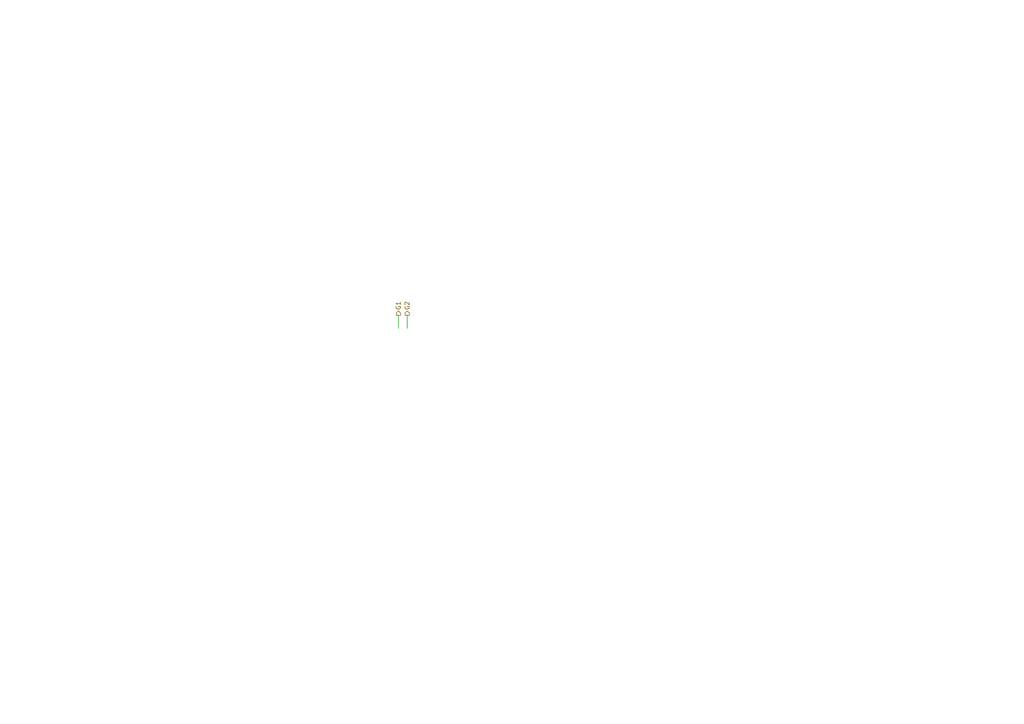
<source format=kicad_sch>
(kicad_sch (version 20230121) (generator eeschema)
  (paper "A4")
  (lib_symbols)
  (wire (pts (xy 118.11 91.44) (xy 118.11 95.25)))
  (wire (pts (xy 115.57 91.44) (xy 115.57 95.25)))
  (hierarchical_label "G2" (shape output) (at 118.11 91.44 90))
  (hierarchical_label "G1" (shape output) (at 115.57 91.44 90))
)
</source>
